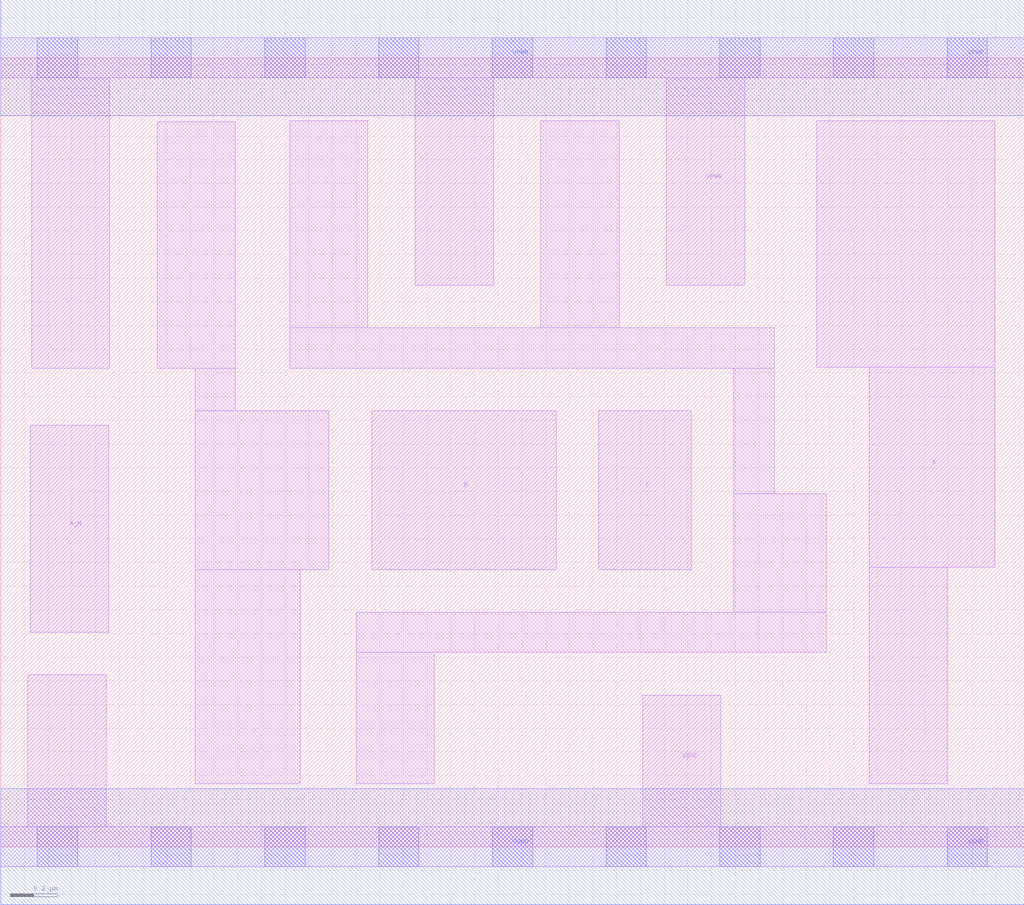
<source format=lef>
# Copyright 2020 The SkyWater PDK Authors
#
# Licensed under the Apache License, Version 2.0 (the "License");
# you may not use this file except in compliance with the License.
# You may obtain a copy of the License at
#
#     https://www.apache.org/licenses/LICENSE-2.0
#
# Unless required by applicable law or agreed to in writing, software
# distributed under the License is distributed on an "AS IS" BASIS,
# WITHOUT WARRANTIES OR CONDITIONS OF ANY KIND, either express or implied.
# See the License for the specific language governing permissions and
# limitations under the License.
#
# SPDX-License-Identifier: Apache-2.0

VERSION 5.7 ;
  NAMESCASESENSITIVE ON ;
  NOWIREEXTENSIONATPIN ON ;
  DIVIDERCHAR "/" ;
  BUSBITCHARS "[]" ;
UNITS
  DATABASE MICRONS 200 ;
END UNITS
MACRO sky130_fd_sc_lp__and3b_lp
  CLASS CORE ;
  SOURCE USER ;
  FOREIGN sky130_fd_sc_lp__and3b_lp ;
  ORIGIN  0.000000  0.000000 ;
  SIZE  4.320000 BY  3.330000 ;
  SYMMETRY X Y R90 ;
  SITE unit ;
  PIN A_N
    ANTENNAGATEAREA  0.376000 ;
    DIRECTION INPUT ;
    USE SIGNAL ;
    PORT
      LAYER li1 ;
        RECT 0.125000 0.905000 0.455000 1.780000 ;
    END
  END A_N
  PIN B
    ANTENNAGATEAREA  0.313000 ;
    DIRECTION INPUT ;
    USE SIGNAL ;
    PORT
      LAYER li1 ;
        RECT 1.565000 1.170000 2.345000 1.840000 ;
    END
  END B
  PIN C
    ANTENNAGATEAREA  0.313000 ;
    DIRECTION INPUT ;
    USE SIGNAL ;
    PORT
      LAYER li1 ;
        RECT 2.525000 1.170000 2.915000 1.840000 ;
    END
  END C
  PIN X
    ANTENNADIFFAREA  0.404700 ;
    DIRECTION OUTPUT ;
    USE SIGNAL ;
    PORT
      LAYER li1 ;
        RECT 3.445000 2.025000 4.195000 3.065000 ;
        RECT 3.665000 0.265000 3.995000 1.180000 ;
        RECT 3.665000 1.180000 4.195000 2.025000 ;
    END
  END X
  PIN VGND
    DIRECTION INOUT ;
    USE GROUND ;
    PORT
      LAYER li1 ;
        RECT 0.000000 -0.085000 4.320000 0.085000 ;
        RECT 0.115000  0.085000 0.445000 0.725000 ;
        RECT 2.710000  0.085000 3.040000 0.640000 ;
      LAYER mcon ;
        RECT 0.155000 -0.085000 0.325000 0.085000 ;
        RECT 0.635000 -0.085000 0.805000 0.085000 ;
        RECT 1.115000 -0.085000 1.285000 0.085000 ;
        RECT 1.595000 -0.085000 1.765000 0.085000 ;
        RECT 2.075000 -0.085000 2.245000 0.085000 ;
        RECT 2.555000 -0.085000 2.725000 0.085000 ;
        RECT 3.035000 -0.085000 3.205000 0.085000 ;
        RECT 3.515000 -0.085000 3.685000 0.085000 ;
        RECT 3.995000 -0.085000 4.165000 0.085000 ;
      LAYER met1 ;
        RECT 0.000000 -0.245000 4.320000 0.245000 ;
    END
  END VGND
  PIN VPWR
    DIRECTION INOUT ;
    USE POWER ;
    PORT
      LAYER li1 ;
        RECT 0.000000 3.245000 4.320000 3.415000 ;
        RECT 0.130000 2.020000 0.460000 3.245000 ;
        RECT 1.750000 2.370000 2.080000 3.245000 ;
        RECT 2.810000 2.370000 3.140000 3.245000 ;
      LAYER mcon ;
        RECT 0.155000 3.245000 0.325000 3.415000 ;
        RECT 0.635000 3.245000 0.805000 3.415000 ;
        RECT 1.115000 3.245000 1.285000 3.415000 ;
        RECT 1.595000 3.245000 1.765000 3.415000 ;
        RECT 2.075000 3.245000 2.245000 3.415000 ;
        RECT 2.555000 3.245000 2.725000 3.415000 ;
        RECT 3.035000 3.245000 3.205000 3.415000 ;
        RECT 3.515000 3.245000 3.685000 3.415000 ;
        RECT 3.995000 3.245000 4.165000 3.415000 ;
      LAYER met1 ;
        RECT 0.000000 3.085000 4.320000 3.575000 ;
    END
  END VPWR
  OBS
    LAYER li1 ;
      RECT 0.660000 2.020000 0.990000 3.060000 ;
      RECT 0.820000 0.265000 1.265000 1.170000 ;
      RECT 0.820000 1.170000 1.385000 1.840000 ;
      RECT 0.820000 1.840000 0.990000 2.020000 ;
      RECT 1.220000 2.020000 3.265000 2.190000 ;
      RECT 1.220000 2.190000 1.550000 3.065000 ;
      RECT 1.500000 0.265000 1.830000 0.820000 ;
      RECT 1.500000 0.820000 3.485000 0.990000 ;
      RECT 2.280000 2.190000 2.610000 3.065000 ;
      RECT 3.095000 0.990000 3.485000 1.490000 ;
      RECT 3.095000 1.490000 3.265000 2.020000 ;
  END
END sky130_fd_sc_lp__and3b_lp

</source>
